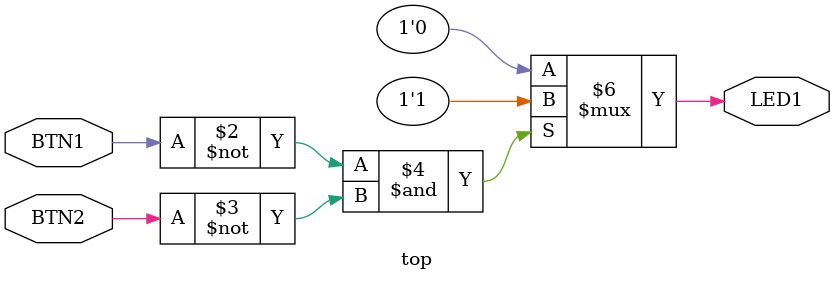
<source format=v>
module top
    (
        output reg LED1,
        input BTN1,
        input BTN2
    );
    
    // Always block is triggered when one of the signals in the sensitivity list changes
    always @ (BTN1, BTN2)
    begin
        // Invert button and assign the value to the LED
        if(~BTN1 & ~BTN2)
            LED1 <= 1;
        else
            LED1 <= 0;
    end    
endmodule

</source>
